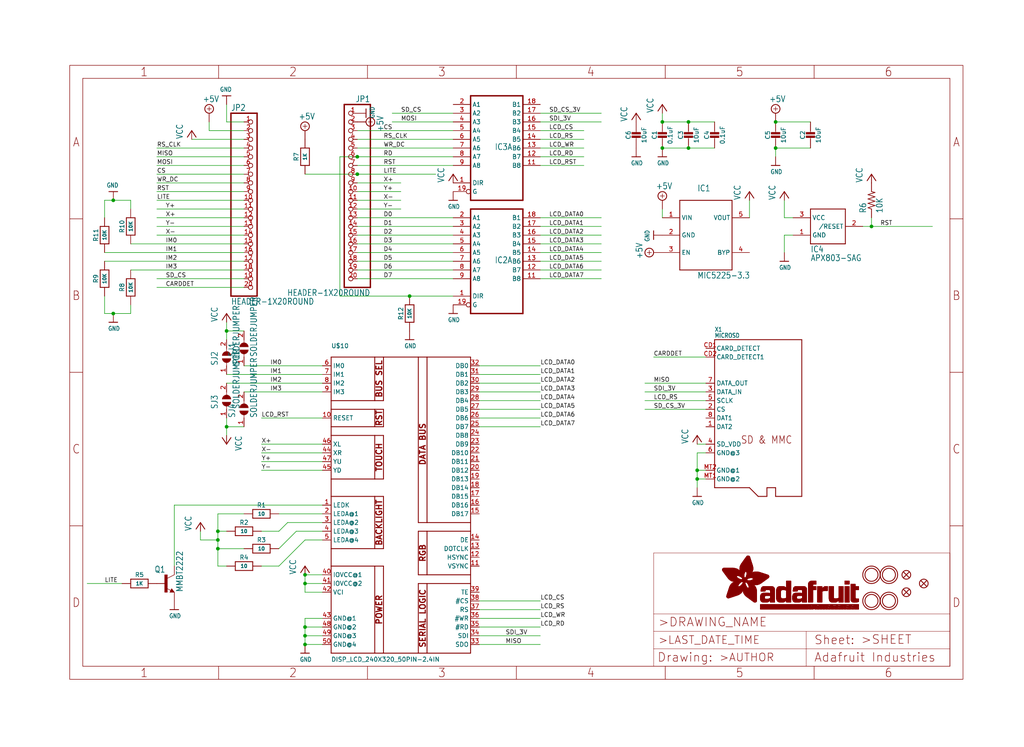
<source format=kicad_sch>
(kicad_sch (version 20211123) (generator eeschema)
  (paper "User" 298.45 217.881)
  (lib_symbols
    (symbol "schematicEagle-eagle-import:+5V" (power)
      (property "Value" "+5V" (at -1.905 3.175 0))
      (symbol "+5V_1_0"
        (pin power_in line (at 0 -2.54 90) (length 2.54) (name "+5V") (number "1"))
      )
    )
    (symbol "schematicEagle-eagle-import:-NPN-SOT23-BEC"
      (property "Reference" "T" (at -10.16 7.62 0))
      (property "Value" "-NPN-SOT23-BEC" (at -10.16 5.08 0))
      (symbol "-NPN-SOT23-BEC_1_0"
        (pin passive line (at -2.54 0 0) (length 2.54) (name "B") (number "B"))
        (pin passive line (at 2.54 5.08 270) (length 2.54) (name "C") (number "C"))
        (pin passive line (at 2.54 -5.08 90) (length 2.54) (name "E") (number "E"))
      )
    )
    (symbol "schematicEagle-eagle-import:74245DW"
      (property "Reference" "IC" (at -0.635 -0.635 0))
      (symbol "74245DW_1_0"
        (pin input line (at -12.7 -10.16 0) (length 5.08) (name "DIR") (number "1"))
        (pin bidirectional line (at 12.7 -5.08 180) (length 5.08) (name "B8") (number "11"))
        (pin bidirectional line (at 12.7 -2.54 180) (length 5.08) (name "B7") (number "12"))
        (pin bidirectional line (at 12.7 0 180) (length 5.08) (name "B6") (number "13"))
        (pin bidirectional line (at 12.7 2.54 180) (length 5.08) (name "B5") (number "14"))
        (pin bidirectional line (at 12.7 5.08 180) (length 5.08) (name "B4") (number "15"))
        (pin bidirectional line (at 12.7 7.62 180) (length 5.08) (name "B3") (number "16"))
        (pin bidirectional line (at 12.7 10.16 180) (length 5.08) (name "B2") (number "17"))
        (pin bidirectional line (at 12.7 12.7 180) (length 5.08) (name "B1") (number "18"))
        (pin input inverted (at -12.7 -12.7 0) (length 5.08) (name "G") (number "19"))
        (pin bidirectional line (at -12.7 12.7 0) (length 5.08) (name "A1") (number "2"))
        (pin bidirectional line (at -12.7 10.16 0) (length 5.08) (name "A2") (number "3"))
        (pin bidirectional line (at -12.7 7.62 0) (length 5.08) (name "A3") (number "4"))
        (pin bidirectional line (at -12.7 5.08 0) (length 5.08) (name "A4") (number "5"))
        (pin bidirectional line (at -12.7 2.54 0) (length 5.08) (name "A5") (number "6"))
        (pin bidirectional line (at -12.7 0 0) (length 5.08) (name "A6") (number "7"))
        (pin bidirectional line (at -12.7 -2.54 0) (length 5.08) (name "A7") (number "8"))
        (pin bidirectional line (at -12.7 -5.08 0) (length 5.08) (name "A8") (number "9"))
      )
      (symbol "74245DW_2_0"
        (text "GND" (at 1.905 -5.842 900) (effects (font (size 1.27 1.0795)) (justify left bottom)))
        (text "VCC" (at 1.905 2.54 900) (effects (font (size 1.27 1.0795)) (justify left bottom)))
        (pin power_in line (at 0 -7.62 90) (length 5.08) (name "GND") (number "10"))
        (pin power_in line (at 0 7.62 270) (length 5.08) (name "VCC") (number "20"))
      )
    )
    (symbol "schematicEagle-eagle-import:AXP083-SAG"
      (property "Reference" "IC" (at -5.08 -7.62 0))
      (property "Value" "AXP083-SAG" (at -5.08 -10.16 0))
      (symbol "AXP083-SAG_1_0"
        (pin power_in line (at -10.16 -2.54 0) (length 5.08) (name "GND") (number "1"))
        (pin output line (at 10.16 0 180) (length 5.08) (name "/RESET") (number "2"))
        (pin power_in line (at -10.16 2.54 0) (length 5.08) (name "VCC") (number "3"))
      )
    )
    (symbol "schematicEagle-eagle-import:CAP_CERAMIC0805-NOOUTLINE"
      (property "Reference" "C" (at -2.29 1.25 90))
      (property "Value" "CAP_CERAMIC0805-NOOUTLINE" (at 2.3 1.25 90))
      (symbol "CAP_CERAMIC0805-NOOUTLINE_1_0"
        (pin passive line (at 0 5.08 270) (length 2.54) (name "1") (number "1"))
        (pin passive line (at 0 -2.54 90) (length 2.54) (name "2") (number "2"))
      )
    )
    (symbol "schematicEagle-eagle-import:DISP_LCD_240X320_50PIN-2.4IN"
      (property "Value" "DISP_LCD_240X320_50PIN-2.4IN" (at -20.32 -48.26 0))
      (symbol "DISP_LCD_240X320_50PIN-2.4IN_1_0"
        (text "BACKLIGHT" (at -6.35 -7.62 900) (effects (font (size 1.6764 1.6764) (thickness 0.3353) bold)))
        (text "BUS SEL" (at -6.35 34.29 900) (effects (font (size 1.6764 1.6764) (thickness 0.3353) bold)))
        (text "DATA BUS" (at 6.35 15.24 900) (effects (font (size 1.6764 1.6764) (thickness 0.3353) bold)))
        (text "POWER" (at -6.35 -33.02 900) (effects (font (size 1.6764 1.6764) (thickness 0.3353) bold)))
        (text "RGB" (at 6.35 -16.51 900) (effects (font (size 1.6764 1.6764) (thickness 0.3353) bold)))
        (text "RST" (at -6.35 22.86 900) (effects (font (size 1.6764 1.6764) (thickness 0.3353) bold)))
        (text "SERIAL LOGIC" (at 6.35 -35.56 900) (effects (font (size 1.6764 1.6764) (thickness 0.3353) bold)))
        (text "TOUCH" (at -6.35 11.43 900) (effects (font (size 1.6764 1.6764) (thickness 0.3353) bold)))
        (pin bidirectional line (at -22.86 -2.54 0) (length 2.54) (name "LEDK") (number "1"))
        (pin bidirectional line (at -22.86 22.86 0) (length 2.54) (name "RESET") (number "10"))
        (pin bidirectional line (at 22.86 -20.32 180) (length 2.54) (name "VSYNC") (number "11"))
        (pin bidirectional line (at 22.86 -17.78 180) (length 2.54) (name "HSYNC") (number "12"))
        (pin bidirectional line (at 22.86 -15.24 180) (length 2.54) (name "DOTCLK") (number "13"))
        (pin bidirectional line (at 22.86 -12.7 180) (length 2.54) (name "DE") (number "14"))
        (pin bidirectional line (at 22.86 -5.08 180) (length 2.54) (name "DB17") (number "15"))
        (pin bidirectional line (at 22.86 -2.54 180) (length 2.54) (name "DB16") (number "16"))
        (pin bidirectional line (at 22.86 0 180) (length 2.54) (name "DB15") (number "17"))
        (pin bidirectional line (at 22.86 2.54 180) (length 2.54) (name "DB14") (number "18"))
        (pin bidirectional line (at 22.86 5.08 180) (length 2.54) (name "DB13") (number "19"))
        (pin bidirectional line (at -22.86 -5.08 0) (length 2.54) (name "LEDA@1") (number "2"))
        (pin bidirectional line (at 22.86 7.62 180) (length 2.54) (name "DB12") (number "20"))
        (pin bidirectional line (at 22.86 10.16 180) (length 2.54) (name "DB11") (number "21"))
        (pin bidirectional line (at 22.86 12.7 180) (length 2.54) (name "DB10") (number "22"))
        (pin bidirectional line (at 22.86 15.24 180) (length 2.54) (name "DB9") (number "23"))
        (pin bidirectional line (at 22.86 17.78 180) (length 2.54) (name "DB8") (number "24"))
        (pin bidirectional line (at 22.86 20.32 180) (length 2.54) (name "DB7") (number "25"))
        (pin bidirectional line (at 22.86 22.86 180) (length 2.54) (name "DB6") (number "26"))
        (pin bidirectional line (at 22.86 25.4 180) (length 2.54) (name "DB5") (number "27"))
        (pin bidirectional line (at 22.86 27.94 180) (length 2.54) (name "DB4") (number "28"))
        (pin bidirectional line (at 22.86 30.48 180) (length 2.54) (name "DB3") (number "29"))
        (pin bidirectional line (at -22.86 -7.62 0) (length 2.54) (name "LEDA@2") (number "3"))
        (pin bidirectional line (at 22.86 33.02 180) (length 2.54) (name "DB2") (number "30"))
        (pin bidirectional line (at 22.86 35.56 180) (length 2.54) (name "DB1") (number "31"))
        (pin bidirectional line (at 22.86 38.1 180) (length 2.54) (name "DB0") (number "32"))
        (pin bidirectional line (at 22.86 -43.18 180) (length 2.54) (name "SDO") (number "33"))
        (pin bidirectional line (at 22.86 -40.64 180) (length 2.54) (name "SDI") (number "34"))
        (pin bidirectional line (at 22.86 -38.1 180) (length 2.54) (name "#RD") (number "35"))
        (pin bidirectional line (at 22.86 -35.56 180) (length 2.54) (name "#WR") (number "36"))
        (pin bidirectional line (at 22.86 -33.02 180) (length 2.54) (name "RS") (number "37"))
        (pin bidirectional line (at 22.86 -30.48 180) (length 2.54) (name "#CS") (number "38"))
        (pin bidirectional line (at 22.86 -27.94 180) (length 2.54) (name "TE") (number "39"))
        (pin bidirectional line (at -22.86 -10.16 0) (length 2.54) (name "LEDA@3") (number "4"))
        (pin bidirectional line (at -22.86 -22.86 0) (length 2.54) (name "IOVCC@1") (number "40"))
        (pin bidirectional line (at -22.86 -25.4 0) (length 2.54) (name "IOVCC@2") (number "41"))
        (pin bidirectional line (at -22.86 -27.94 0) (length 2.54) (name "VCI") (number "42"))
        (pin bidirectional line (at -22.86 -35.56 0) (length 2.54) (name "GND@1") (number "43"))
        (pin bidirectional line (at -22.86 12.7 0) (length 2.54) (name "XR") (number "44"))
        (pin bidirectional line (at -22.86 7.62 0) (length 2.54) (name "YD") (number "45"))
        (pin bidirectional line (at -22.86 15.24 0) (length 2.54) (name "XL") (number "46"))
        (pin bidirectional line (at -22.86 10.16 0) (length 2.54) (name "YU") (number "47"))
        (pin bidirectional line (at -22.86 -38.1 0) (length 2.54) (name "GND@2") (number "48"))
        (pin bidirectional line (at -22.86 -40.64 0) (length 2.54) (name "GND@3") (number "49"))
        (pin bidirectional line (at -22.86 -12.7 0) (length 2.54) (name "LEDA@4") (number "5"))
        (pin bidirectional line (at -22.86 -43.18 0) (length 2.54) (name "GND@4") (number "50"))
        (pin bidirectional line (at -22.86 38.1 0) (length 2.54) (name "IM0") (number "6"))
        (pin bidirectional line (at -22.86 35.56 0) (length 2.54) (name "IM1") (number "7"))
        (pin bidirectional line (at -22.86 33.02 0) (length 2.54) (name "IM2") (number "8"))
        (pin bidirectional line (at -22.86 30.48 0) (length 2.54) (name "IM3") (number "9"))
      )
    )
    (symbol "schematicEagle-eagle-import:FIDUCIAL{dblquote}{dblquote}")
    (symbol "schematicEagle-eagle-import:FRAME_A4_ADAFRUIT"
      (symbol "FRAME_A4_ADAFRUIT_0_0"
        (text "1" (at 21.6958 1.905 0) (effects (font (size 2.54 2.286))))
        (text "1" (at 21.6958 177.165 0) (effects (font (size 2.54 2.286))))
        (text "2" (at 65.0875 1.905 0) (effects (font (size 2.54 2.286))))
        (text "2" (at 65.0875 177.165 0) (effects (font (size 2.54 2.286))))
        (text "3" (at 108.4792 1.905 0) (effects (font (size 2.54 2.286))))
        (text "3" (at 108.4792 177.165 0) (effects (font (size 2.54 2.286))))
        (text "4" (at 151.8708 1.905 0) (effects (font (size 2.54 2.286))))
        (text "4" (at 151.8708 177.165 0) (effects (font (size 2.54 2.286))))
        (text "5" (at 195.2625 1.905 0) (effects (font (size 2.54 2.286))))
        (text "5" (at 195.2625 177.165 0) (effects (font (size 2.54 2.286))))
        (text "6" (at 238.6542 1.905 0) (effects (font (size 2.54 2.286))))
        (text "6" (at 238.6542 177.165 0) (effects (font (size 2.54 2.286))))
        (text "A" (at 1.905 156.6863 0) (effects (font (size 2.54 2.286))))
        (text "A" (at 258.445 156.6863 0) (effects (font (size 2.54 2.286))))
        (text "B" (at 1.905 111.9188 0) (effects (font (size 2.54 2.286))))
        (text "B" (at 258.445 111.9188 0) (effects (font (size 2.54 2.286))))
        (text "C" (at 1.905 67.1513 0) (effects (font (size 2.54 2.286))))
        (text "C" (at 258.445 67.1513 0) (effects (font (size 2.54 2.286))))
        (text "D" (at 1.905 22.3838 0) (effects (font (size 2.54 2.286))))
        (text "D" (at 258.445 22.3838 0) (effects (font (size 2.54 2.286))))
      )
      (symbol "FRAME_A4_ADAFRUIT_1_0"
        (text ">AUTHOR" (at 189.23 5.08 0) (effects (font (size 2.286 2.286)) (justify left bottom)))
        (text ">DRAWING_NAME" (at 171.45 15.24 0) (effects (font (size 2.54 2.54)) (justify left bottom)))
        (text ">LAST_DATE_TIME" (at 171.45 10.16 0) (effects (font (size 2.286 2.286)) (justify left bottom)))
        (text ">SHEET" (at 230.505 10.16 0) (effects (font (size 2.54 2.54)) (justify left bottom)))
        (text "Adafruit Industries" (at 216.916 4.953 0) (effects (font (size 2.54 2.54)) (justify left bottom)))
        (text "Drawing:" (at 171.196 4.953 0) (effects (font (size 2.54 2.54)) (justify left bottom)))
        (text "Sheet:" (at 216.916 10.033 0) (effects (font (size 2.54 2.54)) (justify left bottom)))
      )
    )
    (symbol "schematicEagle-eagle-import:GND" (power)
      (property "Value" "GND" (at -1.524 -2.54 0))
      (symbol "GND_1_0"
        (pin power_in line (at 0 2.54 270) (length 2.54) (name "GND") (number "1"))
      )
    )
    (symbol "schematicEagle-eagle-import:HEADER-1X20ROUND"
      (property "Reference" "JP" (at -6.35 26.035 0))
      (property "Value" "HEADER-1X20ROUND" (at -6.35 -30.48 0))
      (symbol "HEADER-1X20ROUND_1_0"
        (pin passive inverted (at -2.54 22.86 0) (length 2.54) (name "1") (number "1"))
        (pin passive inverted (at -2.54 0 0) (length 2.54) (name "10") (number "10"))
        (pin passive inverted (at -2.54 -2.54 0) (length 2.54) (name "11") (number "11"))
        (pin passive inverted (at -2.54 -5.08 0) (length 2.54) (name "12") (number "12"))
        (pin passive inverted (at -2.54 -7.62 0) (length 2.54) (name "13") (number "13"))
        (pin passive inverted (at -2.54 -10.16 0) (length 2.54) (name "14") (number "14"))
        (pin passive inverted (at -2.54 -12.7 0) (length 2.54) (name "15") (number "15"))
        (pin passive inverted (at -2.54 -15.24 0) (length 2.54) (name "16") (number "16"))
        (pin passive inverted (at -2.54 -17.78 0) (length 2.54) (name "17") (number "17"))
        (pin passive inverted (at -2.54 -20.32 0) (length 2.54) (name "18") (number "18"))
        (pin passive inverted (at -2.54 -22.86 0) (length 2.54) (name "19") (number "19"))
        (pin passive inverted (at -2.54 20.32 0) (length 2.54) (name "2") (number "2"))
        (pin passive inverted (at -2.54 -25.4 0) (length 2.54) (name "20") (number "20"))
        (pin passive inverted (at -2.54 17.78 0) (length 2.54) (name "3") (number "3"))
        (pin passive inverted (at -2.54 15.24 0) (length 2.54) (name "4") (number "4"))
        (pin passive inverted (at -2.54 12.7 0) (length 2.54) (name "5") (number "5"))
        (pin passive inverted (at -2.54 10.16 0) (length 2.54) (name "6") (number "6"))
        (pin passive inverted (at -2.54 7.62 0) (length 2.54) (name "7") (number "7"))
        (pin passive inverted (at -2.54 5.08 0) (length 2.54) (name "8") (number "8"))
        (pin passive inverted (at -2.54 2.54 0) (length 2.54) (name "9") (number "9"))
      )
    )
    (symbol "schematicEagle-eagle-import:LP298XS"
      (property "Reference" "IC" (at -12.7 -5.08 90))
      (property "Value" "LP298XS" (at 12.7 -5.08 90))
      (symbol "LP298XS_1_0"
        (pin bidirectional line (at -5.08 -15.24 90) (length 5.08) (name "VIN") (number "1"))
        (pin bidirectional line (at 0 -15.24 90) (length 5.08) (name "GND") (number "2"))
        (pin bidirectional line (at 5.08 -15.24 90) (length 5.08) (name "EN") (number "3"))
        (pin bidirectional line (at 5.08 10.16 270) (length 5.08) (name "BYP") (number "4"))
        (pin bidirectional line (at -5.08 10.16 270) (length 5.08) (name "VOUT") (number "5"))
      )
    )
    (symbol "schematicEagle-eagle-import:MICROSD"
      (property "Reference" "X" (at -12.7 22.606 0))
      (property "Value" "MICROSD" (at -12.7 20.828 0))
      (symbol "MICROSD_1_0"
        (text "SD & MMC" (at -5.08 -10.16 0) (effects (font (size 2.1844 1.8567)) (justify left bottom)))
        (pin bidirectional line (at -15.24 -5.08 0) (length 2.54) (name "DAT2") (number "1"))
        (pin input line (at -15.24 0 0) (length 2.54) (name "CS") (number "2"))
        (pin input line (at -15.24 5.08 0) (length 2.54) (name "DATA_IN") (number "3"))
        (pin power_in line (at -15.24 -10.16 0) (length 2.54) (name "SD_VDD") (number "4"))
        (pin input line (at -15.24 2.54 0) (length 2.54) (name "SCLK") (number "5"))
        (pin power_in line (at -15.24 -12.7 0) (length 2.54) (name "GND@3") (number "6"))
        (pin output line (at -15.24 7.62 0) (length 2.54) (name "DATA_OUT") (number "7"))
        (pin bidirectional line (at -15.24 -2.54 0) (length 2.54) (name "DAT1") (number "8"))
        (pin passive line (at -15.24 17.78 0) (length 2.54) (name "CARD_DETECT") (number "CD1"))
        (pin passive line (at -15.24 15.24 0) (length 2.54) (name "CARD_DETECT1") (number "CD2"))
        (pin power_in line (at -15.24 -20.32 0) (length 2.54) (name "GND@2") (number "MT1"))
        (pin power_in line (at -15.24 -17.78 0) (length 2.54) (name "GND@1") (number "MT2"))
      )
    )
    (symbol "schematicEagle-eagle-import:MOUNTINGHOLE2.5")
    (symbol "schematicEagle-eagle-import:R-US_R0805"
      (property "Reference" "R" (at -3.81 1.4986 0))
      (property "Value" "R-US_R0805" (at -3.81 -3.302 0))
      (symbol "R-US_R0805_1_0"
        (pin passive line (at -5.08 0 0) (length 2.54) (name "1") (number "1"))
        (pin passive line (at 5.08 0 180) (length 2.54) (name "2") (number "2"))
      )
    )
    (symbol "schematicEagle-eagle-import:RESISTOR0805_NOOUTLINE"
      (property "Reference" "R" (at 0 2.54 0))
      (property "Value" "RESISTOR0805_NOOUTLINE" (at 0 0 0))
      (symbol "RESISTOR0805_NOOUTLINE_1_0"
        (pin passive line (at -5.08 0 0) (length 2.54) (name "1") (number "1"))
        (pin passive line (at 5.08 0 180) (length 2.54) (name "2") (number "2"))
      )
    )
    (symbol "schematicEagle-eagle-import:SOLDERJUMPER"
      (property "Reference" "SJ" (at -2.54 2.54 0))
      (property "Value" "SOLDERJUMPER" (at -2.54 -3.81 0))
      (symbol "SOLDERJUMPER_1_0"
        (pin passive line (at -5.08 0 0) (length 2.54) (name "1") (number "1"))
        (pin passive line (at 5.08 0 180) (length 2.54) (name "2") (number "2"))
      )
    )
    (symbol "schematicEagle-eagle-import:VCC" (power)
      (property "Value" "VCC" (at -2.54 -2.54 90))
      (symbol "VCC_1_0"
        (pin power_in line (at 0 -2.54 90) (length 2.54) (name "VCC") (number "1"))
      )
    )
  )
  (junction (at 88.9 167.64))
  (junction (at 33.02 91.44))
  (junction (at 33.02 58.42))
  (junction (at 119.38 86.36))
  (junction (at 63.5 157.48))
  (junction (at 200.66 43.18))
  (junction (at 88.9 182.88))
  (junction (at 66.04 124.46))
  (junction (at 226.06 35.56))
  (junction (at 203.2 139.7))
  (junction (at 254 66.04))
  (junction (at 193.04 43.18))
  (junction (at 88.9 185.42))
  (junction (at 88.9 187.96))
  (junction (at 226.06 43.18))
  (junction (at 104.14 50.8))
  (junction (at 200.66 35.56))
  (junction (at 63.5 154.94))
  (junction (at 193.04 35.56))
  (junction (at 203.2 137.16))
  (junction (at 63.5 160.02))
  (junction (at 104.14 45.72))
  (junction (at 66.04 96.52))
  (junction (at 88.9 170.18))
  (wire (pts (xy 93.98 111.76) (xy 66.04 111.76)))
  (wire (pts (xy 88.9 185.42) (xy 93.98 185.42)))
  (wire (pts (xy 71.12 78.74) (xy 38.1 78.74)))
  (wire (pts (xy 38.1 58.42) (xy 33.02 58.42)))
  (wire (pts (xy 139.7 124.46) (xy 157.48 124.46)))
  (wire (pts (xy 93.98 182.88) (xy 88.9 182.88)))
  (wire (pts (xy 60.96 38.1) (xy 60.96 35.56)))
  (wire (pts (xy 81.28 160.02) (xy 86.36 154.94)))
  (wire (pts (xy 228.6 63.5) (xy 228.6 58.42)))
  (wire (pts (xy 228.6 73.66) (xy 228.6 68.58)))
  (wire (pts (xy 30.48 58.42) (xy 30.48 63.5)))
  (wire (pts (xy 139.7 121.92) (xy 157.48 121.92)))
  (wire (pts (xy 228.6 68.58) (xy 231.14 68.58)))
  (wire (pts (xy 203.2 132.08) (xy 203.2 137.16)))
  (wire (pts (xy 139.7 119.38) (xy 157.48 119.38)))
  (wire (pts (xy 175.26 66.04) (xy 157.48 66.04)))
  (wire (pts (xy 205.74 139.7) (xy 203.2 139.7)))
  (wire (pts (xy 157.48 40.64) (xy 170.18 40.64)))
  (wire (pts (xy 139.7 187.96) (xy 157.48 187.96)))
  (wire (pts (xy 71.12 60.96) (xy 45.72 60.96)))
  (wire (pts (xy 71.12 48.26) (xy 45.72 48.26)))
  (wire (pts (xy 254 63.5) (xy 254 66.04)))
  (wire (pts (xy 86.36 154.94) (xy 93.98 154.94)))
  (wire (pts (xy 76.2 165.1) (xy 81.28 165.1)))
  (wire (pts (xy 66.04 99.06) (xy 66.04 96.52)))
  (wire (pts (xy 71.12 38.1) (xy 60.96 38.1)))
  (wire (pts (xy 139.7 111.76) (xy 157.48 111.76)))
  (wire (pts (xy 83.82 152.4) (xy 93.98 152.4)))
  (wire (pts (xy 66.04 93.98) (xy 66.04 96.52)))
  (wire (pts (xy 38.1 60.96) (xy 38.1 58.42)))
  (wire (pts (xy 175.26 73.66) (xy 157.48 73.66)))
  (wire (pts (xy 104.14 38.1) (xy 132.08 38.1)))
  (wire (pts (xy 66.04 165.1) (xy 63.5 165.1)))
  (wire (pts (xy 254 66.04) (xy 271.78 66.04)))
  (wire (pts (xy 139.7 175.26) (xy 157.48 175.26)))
  (wire (pts (xy 104.14 48.26) (xy 132.08 48.26)))
  (wire (pts (xy 88.9 170.18) (xy 93.98 170.18)))
  (wire (pts (xy 71.12 68.58) (xy 45.72 68.58)))
  (wire (pts (xy 205.74 132.08) (xy 203.2 132.08)))
  (wire (pts (xy 66.04 109.22) (xy 93.98 109.22)))
  (wire (pts (xy 200.66 35.56) (xy 193.04 35.56)))
  (wire (pts (xy 205.74 129.54) (xy 203.2 129.54)))
  (wire (pts (xy 33.02 91.44) (xy 38.1 91.44)))
  (wire (pts (xy 132.08 78.74) (xy 104.14 78.74)))
  (wire (pts (xy 71.12 83.82) (xy 45.72 83.82)))
  (wire (pts (xy 139.7 116.84) (xy 157.48 116.84)))
  (wire (pts (xy 119.38 86.36) (xy 99.06 86.36)))
  (wire (pts (xy 58.42 154.94) (xy 58.42 157.48)))
  (wire (pts (xy 231.14 63.5) (xy 228.6 63.5)))
  (wire (pts (xy 104.14 43.18) (xy 132.08 43.18)))
  (wire (pts (xy 63.5 160.02) (xy 63.5 157.48)))
  (wire (pts (xy 157.48 43.18) (xy 170.18 43.18)))
  (wire (pts (xy 81.28 165.1) (xy 88.9 157.48)))
  (wire (pts (xy 50.8 147.32) (xy 93.98 147.32)))
  (wire (pts (xy 139.7 106.68) (xy 157.48 106.68)))
  (wire (pts (xy 157.48 48.26) (xy 170.18 48.26)))
  (wire (pts (xy 132.08 63.5) (xy 104.14 63.5)))
  (wire (pts (xy 139.7 185.42) (xy 157.48 185.42)))
  (wire (pts (xy 71.12 124.46) (xy 66.04 124.46)))
  (wire (pts (xy 208.28 43.18) (xy 200.66 43.18)))
  (wire (pts (xy 157.48 45.72) (xy 170.18 45.72)))
  (wire (pts (xy 66.04 154.94) (xy 63.5 154.94)))
  (wire (pts (xy 30.48 73.66) (xy 71.12 73.66)))
  (wire (pts (xy 30.48 91.44) (xy 33.02 91.44)))
  (wire (pts (xy 132.08 68.58) (xy 104.14 68.58)))
  (wire (pts (xy 45.72 45.72) (xy 71.12 45.72)))
  (wire (pts (xy 139.7 109.22) (xy 157.48 109.22)))
  (wire (pts (xy 132.08 86.36) (xy 119.38 86.36)))
  (wire (pts (xy 71.12 63.5) (xy 45.72 63.5)))
  (wire (pts (xy 88.9 157.48) (xy 93.98 157.48)))
  (wire (pts (xy 226.06 35.56) (xy 236.22 35.56)))
  (wire (pts (xy 93.98 129.54) (xy 76.2 129.54)))
  (wire (pts (xy 193.04 60.96) (xy 193.04 63.5)))
  (wire (pts (xy 203.2 139.7) (xy 203.2 137.16)))
  (wire (pts (xy 175.26 63.5) (xy 157.48 63.5)))
  (wire (pts (xy 35.56 170.18) (xy 25.4 170.18)))
  (wire (pts (xy 139.7 114.3) (xy 157.48 114.3)))
  (wire (pts (xy 50.8 165.1) (xy 50.8 147.32)))
  (wire (pts (xy 93.98 172.72) (xy 88.9 172.72)))
  (wire (pts (xy 205.74 104.14) (xy 190.5 104.14)))
  (wire (pts (xy 193.04 33.02) (xy 193.04 35.56)))
  (wire (pts (xy 38.1 91.44) (xy 38.1 88.9)))
  (wire (pts (xy 93.98 132.08) (xy 76.2 132.08)))
  (wire (pts (xy 66.04 124.46) (xy 66.04 121.92)))
  (wire (pts (xy 157.48 38.1) (xy 170.18 38.1)))
  (wire (pts (xy 114.3 33.02) (xy 132.08 33.02)))
  (wire (pts (xy 71.12 66.04) (xy 45.72 66.04)))
  (wire (pts (xy 81.28 149.86) (xy 93.98 149.86)))
  (wire (pts (xy 104.14 50.8) (xy 127 50.8)))
  (wire (pts (xy 76.2 121.92) (xy 93.98 121.92)))
  (wire (pts (xy 193.04 43.18) (xy 200.66 43.18)))
  (wire (pts (xy 88.9 172.72) (xy 88.9 170.18)))
  (wire (pts (xy 226.06 45.72) (xy 226.06 43.18)))
  (wire (pts (xy 104.14 40.64) (xy 132.08 40.64)))
  (wire (pts (xy 45.72 50.8) (xy 71.12 50.8)))
  (wire (pts (xy 104.14 55.88) (xy 116.84 55.88)))
  (wire (pts (xy 71.12 71.12) (xy 38.1 71.12)))
  (wire (pts (xy 66.04 127) (xy 66.04 124.46)))
  (wire (pts (xy 187.96 119.38) (xy 205.74 119.38)))
  (wire (pts (xy 88.9 185.42) (xy 88.9 187.96)))
  (wire (pts (xy 139.7 177.8) (xy 157.48 177.8)))
  (wire (pts (xy 88.9 180.34) (xy 88.9 182.88)))
  (wire (pts (xy 45.72 53.34) (xy 71.12 53.34)))
  (wire (pts (xy 45.72 43.18) (xy 71.12 43.18)))
  (wire (pts (xy 157.48 33.02) (xy 175.26 33.02)))
  (wire (pts (xy 104.14 45.72) (xy 132.08 45.72)))
  (wire (pts (xy 71.12 58.42) (xy 45.72 58.42)))
  (wire (pts (xy 175.26 68.58) (xy 157.48 68.58)))
  (wire (pts (xy 132.08 35.56) (xy 114.3 35.56)))
  (wire (pts (xy 203.2 137.16) (xy 205.74 137.16)))
  (wire (pts (xy 63.5 165.1) (xy 63.5 160.02)))
  (wire (pts (xy 81.28 154.94) (xy 83.82 152.4)))
  (wire (pts (xy 93.98 137.16) (xy 76.2 137.16)))
  (wire (pts (xy 132.08 81.28) (xy 104.14 81.28)))
  (wire (pts (xy 93.98 167.64) (xy 88.9 167.64)))
  (wire (pts (xy 226.06 43.18) (xy 236.22 43.18)))
  (wire (pts (xy 63.5 157.48) (xy 63.5 154.94)))
  (wire (pts (xy 175.26 78.74) (xy 157.48 78.74)))
  (wire (pts (xy 175.26 81.28) (xy 157.48 81.28)))
  (wire (pts (xy 175.26 76.2) (xy 157.48 76.2)))
  (wire (pts (xy 132.08 76.2) (xy 104.14 76.2)))
  (wire (pts (xy 205.74 116.84) (xy 187.96 116.84)))
  (wire (pts (xy 45.72 55.88) (xy 71.12 55.88)))
  (wire (pts (xy 187.96 111.76) (xy 205.74 111.76)))
  (wire (pts (xy 104.14 50.8) (xy 88.9 50.8)))
  (wire (pts (xy 88.9 167.64) (xy 88.9 170.18)))
  (wire (pts (xy 71.12 35.56) (xy 66.04 35.56)))
  (wire (pts (xy 132.08 66.04) (xy 104.14 66.04)))
  (wire (pts (xy 139.7 182.88) (xy 157.48 182.88)))
  (wire (pts (xy 45.72 81.28) (xy 71.12 81.28)))
  (wire (pts (xy 132.08 71.12) (xy 104.14 71.12)))
  (wire (pts (xy 104.14 45.72) (xy 99.06 45.72)))
  (wire (pts (xy 104.14 58.42) (xy 116.84 58.42)))
  (wire (pts (xy 93.98 114.3) (xy 71.12 114.3)))
  (wire (pts (xy 132.08 73.66) (xy 104.14 73.66)))
  (wire (pts (xy 55.88 40.64) (xy 71.12 40.64)))
  (wire (pts (xy 104.14 60.96) (xy 116.84 60.96)))
  (wire (pts (xy 30.48 86.36) (xy 30.48 91.44)))
  (wire (pts (xy 58.42 157.48) (xy 63.5 157.48)))
  (wire (pts (xy 93.98 106.68) (xy 71.12 106.68)))
  (wire (pts (xy 251.46 66.04) (xy 254 66.04)))
  (wire (pts (xy 175.26 71.12) (xy 157.48 71.12)))
  (wire (pts (xy 63.5 154.94) (xy 63.5 149.86)))
  (wire (pts (xy 66.04 35.56) (xy 66.04 30.48)))
  (wire (pts (xy 33.02 58.42) (xy 30.48 58.42)))
  (wire (pts (xy 200.66 35.56) (xy 208.28 35.56)))
  (wire (pts (xy 139.7 180.34) (xy 157.48 180.34)))
  (wire (pts (xy 88.9 182.88) (xy 88.9 185.42)))
  (wire (pts (xy 205.74 114.3) (xy 187.96 114.3)))
  (wire (pts (xy 99.06 86.36) (xy 99.06 45.72)))
  (wire (pts (xy 30.48 76.2) (xy 71.12 76.2)))
  (wire (pts (xy 63.5 149.86) (xy 71.12 149.86)))
  (wire (pts (xy 88.9 187.96) (xy 93.98 187.96)))
  (wire (pts (xy 203.2 139.7) (xy 203.2 142.24)))
  (wire (pts (xy 63.5 160.02) (xy 71.12 160.02)))
  (wire (pts (xy 76.2 154.94) (xy 81.28 154.94)))
  (wire (pts (xy 93.98 134.62) (xy 76.2 134.62)))
  (wire (pts (xy 104.14 53.34) (xy 116.84 53.34)))
  (wire (pts (xy 157.48 35.56) (xy 175.26 35.56)))
  (wire (pts (xy 93.98 180.34) (xy 88.9 180.34)))
  (wire (pts (xy 66.04 96.52) (xy 71.12 96.52)))
  (wire (pts (xy 218.44 58.42) (xy 218.44 63.5)))
  (label "LCD_DATA4" (at 160.02 73.66 0) (effects (font (size 1.2446 1.2446))))
  (label "LCD_DATA0" (at 160.02 63.5 0) (effects (font (size 1.2446 1.2446))))
  (label "LITE" (at 30.48 170.18 0) (effects (font (size 1.2446 1.2446))))
  (label "LCD_DATA2" (at 157.48 111.76 0) (effects (font (size 1.2446 1.2446))))
  (label "LCD_RS" (at 190.5 116.84 0) (effects (font (size 1.2446 1.2446))))
  (label "X-" (at 48.26 68.58 0) (effects (font (size 1.2446 1.2446))))
  (label "CARDDET" (at 190.5 104.14 0) (effects (font (size 1.2446 1.2446))))
  (label "RST" (at 256.54 66.04 0) (effects (font (size 1.2446 1.2446))))
  (label "LCD_DATA3" (at 160.02 71.12 0) (effects (font (size 1.2446 1.2446))))
  (label "SDI_3V" (at 147.32 185.42 0) (effects (font (size 1.2446 1.2446))))
  (label "X+" (at 111.76 53.34 0) (effects (font (size 1.2446 1.2446))))
  (label "LCD_RST" (at 76.2 121.92 0) (effects (font (size 1.2446 1.2446))))
  (label "IM2" (at 48.26 76.2 0) (effects (font (size 1.2446 1.2446))))
  (label "LCD_RD" (at 160.02 45.72 0) (effects (font (size 1.2446 1.2446))))
  (label "IM2" (at 78.74 111.76 0) (effects (font (size 1.2446 1.2446))))
  (label "LCD_DATA1" (at 160.02 66.04 0) (effects (font (size 1.2446 1.2446))))
  (label "RS_CLK" (at 45.72 43.18 0) (effects (font (size 1.2446 1.2446))))
  (label "LCD_DATA0" (at 157.48 106.68 0) (effects (font (size 1.2446 1.2446))))
  (label "MISO" (at 147.32 187.96 0) (effects (font (size 1.2446 1.2446))))
  (label "D7" (at 111.76 81.28 0) (effects (font (size 1.2446 1.2446))))
  (label "MOSI" (at 45.72 48.26 0) (effects (font (size 1.2446 1.2446))))
  (label "LCD_RST" (at 160.02 48.26 0) (effects (font (size 1.2446 1.2446))))
  (label "LCD_RS" (at 157.48 177.8 0) (effects (font (size 1.2446 1.2446))))
  (label "CARDDET" (at 48.26 83.82 0) (effects (font (size 1.2446 1.2446))))
  (label "WR_DC" (at 45.72 53.34 0) (effects (font (size 1.2446 1.2446))))
  (label "MISO" (at 190.5 111.76 0) (effects (font (size 1.2446 1.2446))))
  (label "RD" (at 111.76 45.72 0) (effects (font (size 1.2446 1.2446))))
  (label "LCD_DATA4" (at 157.48 116.84 0) (effects (font (size 1.2446 1.2446))))
  (label "Y+" (at 48.26 60.96 0) (effects (font (size 1.2446 1.2446))))
  (label "SDI_3V" (at 190.5 114.3 0) (effects (font (size 1.2446 1.2446))))
  (label "SD_CS" (at 48.26 81.28 0) (effects (font (size 1.2446 1.2446))))
  (label "X-" (at 76.2 132.08 0) (effects (font (size 1.2446 1.2446))))
  (label "WR_DC" (at 111.76 43.18 0) (effects (font (size 1.2446 1.2446))))
  (label "LCD_DATA2" (at 160.02 68.58 0) (effects (font (size 1.2446 1.2446))))
  (label "IM1" (at 48.26 73.66 0) (effects (font (size 1.2446 1.2446))))
  (label "Y-" (at 111.76 60.96 0) (effects (font (size 1.2446 1.2446))))
  (label "Y+" (at 76.2 134.62 0) (effects (font (size 1.2446 1.2446))))
  (label "SD_CS_3V" (at 190.5 119.38 0) (effects (font (size 1.2446 1.2446))))
  (label "LCD_CS" (at 157.48 175.26 0) (effects (font (size 1.2446 1.2446))))
  (label "D4" (at 111.76 73.66 0) (effects (font (size 1.2446 1.2446))))
  (label "Y-" (at 76.2 137.16 0) (effects (font (size 1.2446 1.2446))))
  (label "X+" (at 76.2 129.54 0) (effects (font (size 1.2446 1.2446))))
  (label "D2" (at 111.76 68.58 0) (effects (font (size 1.2446 1.2446))))
  (label "RST" (at 45.72 55.88 0) (effects (font (size 1.2446 1.2446))))
  (label "D1" (at 111.76 66.04 0) (effects (font (size 1.2446 1.2446))))
  (label "LCD_CS" (at 160.02 38.1 0) (effects (font (size 1.2446 1.2446))))
  (label "CS" (at 45.72 50.8 0) (effects (font (size 1.2446 1.2446))))
  (label "LCD_WR" (at 160.02 43.18 0) (effects (font (size 1.2446 1.2446))))
  (label "LCD_RD" (at 157.48 182.88 0) (effects (font (size 1.2446 1.2446))))
  (label "IM0" (at 78.74 106.68 0) (effects (font (size 1.2446 1.2446))))
  (label "LCD_WR" (at 157.48 180.34 0) (effects (font (size 1.2446 1.2446))))
  (label "CS" (at 111.76 38.1 0) (effects (font (size 1.2446 1.2446))))
  (label "IM3" (at 48.26 78.74 0) (effects (font (size 1.2446 1.2446))))
  (label "LCD_DATA5" (at 157.48 119.38 0) (effects (font (size 1.2446 1.2446))))
  (label "LCD_RS" (at 160.02 40.64 0) (effects (font (size 1.2446 1.2446))))
  (label "IM0" (at 48.26 71.12 0) (effects (font (size 1.2446 1.2446))))
  (label "Y+" (at 111.76 55.88 0) (effects (font (size 1.2446 1.2446))))
  (label "MOSI" (at 116.84 35.56 0) (effects (font (size 1.2446 1.2446))))
  (label "LCD_DATA6" (at 160.02 78.74 0) (effects (font (size 1.2446 1.2446))))
  (label "RST" (at 111.76 48.26 0) (effects (font (size 1.2446 1.2446))))
  (label "LCD_DATA7" (at 160.02 81.28 0) (effects (font (size 1.2446 1.2446))))
  (label "LITE" (at 111.76 50.8 0) (effects (font (size 1.2446 1.2446))))
  (label "SD_CS" (at 116.84 33.02 0) (effects (font (size 1.2446 1.2446))))
  (label "SD_CS_3V" (at 160.02 33.02 0) (effects (font (size 1.2446 1.2446))))
  (label "IM1" (at 78.74 109.22 0) (effects (font (size 1.2446 1.2446))))
  (label "IM3" (at 78.74 114.3 0) (effects (font (size 1.2446 1.2446))))
  (label "Y-" (at 48.26 66.04 0) (effects (font (size 1.2446 1.2446))))
  (label "X-" (at 111.76 58.42 0) (effects (font (size 1.2446 1.2446))))
  (label "X+" (at 48.26 63.5 0) (effects (font (size 1.2446 1.2446))))
  (label "LCD_DATA5" (at 160.02 76.2 0) (effects (font (size 1.2446 1.2446))))
  (label "RS_CLK" (at 111.76 40.64 0) (effects (font (size 1.2446 1.2446))))
  (label "D5" (at 111.76 76.2 0) (effects (font (size 1.2446 1.2446))))
  (label "LCD_DATA6" (at 157.48 121.92 0) (effects (font (size 1.2446 1.2446))))
  (label "LCD_DATA7" (at 157.48 124.46 0) (effects (font (size 1.2446 1.2446))))
  (label "SDI_3V" (at 160.02 35.56 0) (effects (font (size 1.2446 1.2446))))
  (label "D0" (at 111.76 63.5 0) (effects (font (size 1.2446 1.2446))))
  (label "LCD_DATA1" (at 157.48 109.22 0) (effects (font (size 1.2446 1.2446))))
  (label "LCD_DATA3" (at 157.48 114.3 0) (effects (font (size 1.2446 1.2446))))
  (label "D6" (at 111.76 78.74 0) (effects (font (size 1.2446 1.2446))))
  (label "D3" (at 111.76 71.12 0) (effects (font (size 1.2446 1.2446))))
  (label "LITE" (at 45.72 58.42 0) (effects (font (size 1.2446 1.2446))))
  (label "MISO" (at 45.72 45.72 0) (effects (font (size 1.2446 1.2446))))
  (symbol (lib_id "schematicEagle-eagle-import:RESISTOR0805_NOOUTLINE") (at 71.12 154.94 0) (unit 1)
    (property "Reference" "R2" (at 71.12 152.4 0))
    (property "Value" "10" (at 71.12 154.94 0) (effects (font (size 1.016 1.016) bold)))
    (property "Footprint" "schematicEagle:0805-NO" (effects hide))
  )
  (symbol (lib_id "schematicEagle-eagle-import:VCC") (at 254 50.8 0) (unit 1)
    (property "Reference" "#P+9" (effects hide))
    (property "Value" "VCC" (at 251.46 53.34 90) (effects (font (size 1.778 1.5113)) (justify left bottom)))
    (property "Footprint" "schematicEagle:" (effects hide))
  )
  (symbol (lib_id "schematicEagle-eagle-import:+5V") (at 88.9 38.1 0) (unit 1)
    (property "Reference" "#SUPPLY6" (effects hide))
    (property "Value" "+5V" (at 86.995 34.925 0) (effects (font (size 1.778 1.5113)) (justify left bottom)))
    (property "Footprint" "schematicEagle:" (effects hide))
  )
  (symbol (lib_id "schematicEagle-eagle-import:+5V") (at 60.96 33.02 0) (unit 1)
    (property "Reference" "#SUPPLY4" (effects hide))
    (property "Value" "+5V" (at 59.055 29.845 0) (effects (font (size 1.778 1.5113)) (justify left bottom)))
    (property "Footprint" "schematicEagle:" (effects hide))
  )
  (symbol (lib_id "schematicEagle-eagle-import:VCC") (at 218.44 55.88 0) (unit 1)
    (property "Reference" "#P+5" (effects hide))
    (property "Value" "VCC" (at 215.9 58.42 90) (effects (font (size 1.778 1.5113)) (justify left bottom)))
    (property "Footprint" "schematicEagle:" (effects hide))
  )
  (symbol (lib_id "schematicEagle-eagle-import:VCC") (at 132.08 50.8 0) (unit 1)
    (property "Reference" "#P+4" (effects hide))
    (property "Value" "VCC" (at 129.54 53.34 90) (effects (font (size 1.778 1.5113)) (justify left bottom)))
    (property "Footprint" "schematicEagle:" (effects hide))
  )
  (symbol (lib_id "schematicEagle-eagle-import:+5V") (at 190.5 73.66 90) (unit 1)
    (property "Reference" "#SUPPLY3" (effects hide))
    (property "Value" "+5V" (at 187.325 75.565 0) (effects (font (size 1.778 1.5113)) (justify left bottom)))
    (property "Footprint" "schematicEagle:" (effects hide))
  )
  (symbol (lib_id "schematicEagle-eagle-import:HEADER-1X20ROUND") (at 101.6 55.88 0) (mirror y) (unit 1)
    (property "Reference" "JP1" (at 107.95 29.845 0) (effects (font (size 1.778 1.5113)) (justify left bottom)))
    (property "Value" "HEADER-1X20ROUND" (at 107.95 86.36 0) (effects (font (size 1.778 1.5113)) (justify left bottom)))
    (property "Footprint" "schematicEagle:1X20_ROUND" (effects hide))
  )
  (symbol (lib_id "schematicEagle-eagle-import:GND") (at 132.08 91.44 0) (unit 1)
    (property "Reference" "#U$8" (effects hide))
    (property "Value" "GND" (at 130.556 93.98 0) (effects (font (size 1.27 1.0795)) (justify left bottom)))
    (property "Footprint" "schematicEagle:" (effects hide))
  )
  (symbol (lib_id "schematicEagle-eagle-import:+5V") (at 106.68 35.56 270) (unit 1)
    (property "Reference" "#SUPPLY1" (effects hide))
    (property "Value" "+5V" (at 109.855 33.655 0) (effects (font (size 1.778 1.5113)) (justify left bottom)))
    (property "Footprint" "schematicEagle:" (effects hide))
  )
  (symbol (lib_id "schematicEagle-eagle-import:MICROSD") (at 220.98 119.38 0) (unit 1)
    (property "Reference" "X1" (at 208.28 96.774 0) (effects (font (size 1.27 1.0795)) (justify left bottom)))
    (property "Value" "MICROSD" (at 208.28 98.552 0) (effects (font (size 1.27 1.0795)) (justify left bottom)))
    (property "Footprint" "schematicEagle:MICROSD" (effects hide))
  )
  (symbol (lib_id "schematicEagle-eagle-import:GND") (at 132.08 58.42 0) (unit 1)
    (property "Reference" "#U$12" (effects hide))
    (property "Value" "GND" (at 130.556 60.96 0) (effects (font (size 1.27 1.0795)) (justify left bottom)))
    (property "Footprint" "schematicEagle:" (effects hide))
  )
  (symbol (lib_id "schematicEagle-eagle-import:VCC") (at 203.2 127 0) (unit 1)
    (property "Reference" "#P+3" (effects hide))
    (property "Value" "VCC" (at 200.66 129.54 90) (effects (font (size 1.778 1.5113)) (justify left bottom)))
    (property "Footprint" "schematicEagle:" (effects hide))
  )
  (symbol (lib_id "schematicEagle-eagle-import:VCC") (at 66.04 129.54 180) (unit 1)
    (property "Reference" "#P+10" (effects hide))
    (property "Value" "VCC" (at 68.58 127 90) (effects (font (size 1.778 1.5113)) (justify left bottom)))
    (property "Footprint" "schematicEagle:" (effects hide))
  )
  (symbol (lib_id "schematicEagle-eagle-import:MOUNTINGHOLE2.5") (at 259.08 175.26 0) (unit 1)
    (property "Reference" "U$16" (effects hide))
    (property "Value" "MOUNTINGHOLE2.5" (effects hide))
    (property "Footprint" "schematicEagle:MOUNTINGHOLE_2.5_PLATED" (effects hide))
  )
  (symbol (lib_id "schematicEagle-eagle-import:RESISTOR0805_NOOUTLINE") (at 76.2 160.02 0) (unit 1)
    (property "Reference" "R3" (at 76.2 157.48 0))
    (property "Value" "10" (at 76.2 160.02 0) (effects (font (size 1.016 1.016) bold)))
    (property "Footprint" "schematicEagle:0805-NO" (effects hide))
  )
  (symbol (lib_id "schematicEagle-eagle-import:VCC") (at 88.9 165.1 0) (unit 1)
    (property "Reference" "#P+8" (effects hide))
    (property "Value" "VCC" (at 86.36 167.64 90) (effects (font (size 1.778 1.5113)) (justify left bottom)))
    (property "Footprint" "schematicEagle:" (effects hide))
  )
  (symbol (lib_id "schematicEagle-eagle-import:GND") (at 88.9 190.5 0) (unit 1)
    (property "Reference" "#U$14" (effects hide))
    (property "Value" "GND" (at 87.376 193.04 0) (effects (font (size 1.27 1.0795)) (justify left bottom)))
    (property "Footprint" "schematicEagle:" (effects hide))
  )
  (symbol (lib_id "schematicEagle-eagle-import:GND") (at 119.38 99.06 0) (unit 1)
    (property "Reference" "#U$22" (effects hide))
    (property "Value" "GND" (at 117.856 101.6 0) (effects (font (size 1.27 1.0795)) (justify left bottom)))
    (property "Footprint" "schematicEagle:" (effects hide))
  )
  (symbol (lib_id "schematicEagle-eagle-import:RESISTOR0805_NOOUTLINE") (at 76.2 149.86 0) (unit 1)
    (property "Reference" "R1" (at 76.2 147.32 0))
    (property "Value" "10" (at 76.2 149.86 0) (effects (font (size 1.016 1.016) bold)))
    (property "Footprint" "schematicEagle:0805-NO" (effects hide))
  )
  (symbol (lib_id "schematicEagle-eagle-import:GND") (at 226.06 48.26 0) (unit 1)
    (property "Reference" "#U$13" (effects hide))
    (property "Value" "GND" (at 224.536 50.8 0) (effects (font (size 1.27 1.0795)) (justify left bottom)))
    (property "Footprint" "schematicEagle:" (effects hide))
  )
  (symbol (lib_id "schematicEagle-eagle-import:VCC") (at 185.42 33.02 0) (unit 1)
    (property "Reference" "#P+12" (effects hide))
    (property "Value" "VCC" (at 182.88 35.56 90) (effects (font (size 1.778 1.5113)) (justify left bottom)))
    (property "Footprint" "schematicEagle:" (effects hide))
  )
  (symbol (lib_id "schematicEagle-eagle-import:RESISTOR0805_NOOUTLINE") (at 88.9 45.72 90) (unit 1)
    (property "Reference" "R7" (at 86.36 45.72 0))
    (property "Value" "1K" (at 88.9 45.72 0) (effects (font (size 1.016 1.016) bold)))
    (property "Footprint" "schematicEagle:0805-NO" (effects hide))
  )
  (symbol (lib_id "schematicEagle-eagle-import:GND") (at 228.6 76.2 0) (unit 1)
    (property "Reference" "#U$3" (effects hide))
    (property "Value" "GND" (at 227.076 78.74 0) (effects (font (size 1.27 1.0795)) (justify left bottom)))
    (property "Footprint" "schematicEagle:" (effects hide))
  )
  (symbol (lib_id "schematicEagle-eagle-import:R-US_R0805") (at 254 58.42 90) (unit 1)
    (property "Reference" "R6" (at 252.5014 62.23 0) (effects (font (size 1.778 1.5113)) (justify left bottom)))
    (property "Value" "10K" (at 257.302 62.23 0) (effects (font (size 1.778 1.5113)) (justify left bottom)))
    (property "Footprint" "schematicEagle:R0805" (effects hide))
  )
  (symbol (lib_id "schematicEagle-eagle-import:DISP_LCD_240X320_50PIN-2.4IN") (at 116.84 144.78 0) (unit 1)
    (property "Reference" "U$10" (at 96.52 101.6 0) (effects (justify left bottom)))
    (property "Value" "DISP_LCD_240X320_50PIN-2.4IN" (at 96.52 193.04 0) (effects (justify left bottom)))
    (property "Footprint" "schematicEagle:TFT_2.4IN_240X320_50PIN" (effects hide))
  )
  (symbol (lib_id "schematicEagle-eagle-import:SOLDERJUMPER") (at 66.04 104.14 90) (unit 1)
    (property "Reference" "SJ2" (at 63.5 106.68 0) (effects (font (size 1.778 1.5113)) (justify left bottom)))
    (property "Value" "SOLDERJUMPER" (at 69.85 106.68 0) (effects (font (size 1.778 1.5113)) (justify left bottom)))
    (property "Footprint" "schematicEagle:SOLDERJUMPER_ARROW_NOPASTE" (effects hide))
  )
  (symbol (lib_id "schematicEagle-eagle-import:VCC") (at 55.88 38.1 0) (unit 1)
    (property "Reference" "#P+2" (effects hide))
    (property "Value" "VCC" (at 53.34 40.64 90) (effects (font (size 1.778 1.5113)) (justify left bottom)))
    (property "Footprint" "schematicEagle:" (effects hide))
  )
  (symbol (lib_id "schematicEagle-eagle-import:GND") (at 33.02 55.88 180) (unit 1)
    (property "Reference" "#U$21" (effects hide))
    (property "Value" "GND" (at 34.544 53.34 0) (effects (font (size 1.27 1.0795)) (justify left bottom)))
    (property "Footprint" "schematicEagle:" (effects hide))
  )
  (symbol (lib_id "schematicEagle-eagle-import:SOLDERJUMPER") (at 66.04 116.84 90) (unit 1)
    (property "Reference" "SJ3" (at 63.5 119.38 0) (effects (font (size 1.778 1.5113)) (justify left bottom)))
    (property "Value" "SOLDERJUMPER" (at 69.85 119.38 0) (effects (font (size 1.778 1.5113)) (justify left bottom)))
    (property "Footprint" "schematicEagle:SOLDERJUMPER_ARROW_NOPASTE" (effects hide))
  )
  (symbol (lib_id "schematicEagle-eagle-import:GND") (at 185.42 45.72 0) (unit 1)
    (property "Reference" "#U$24" (effects hide))
    (property "Value" "GND" (at 183.896 48.26 0) (effects (font (size 1.27 1.0795)) (justify left bottom)))
    (property "Footprint" "schematicEagle:" (effects hide))
  )
  (symbol (lib_id "schematicEagle-eagle-import:FIDUCIAL{dblquote}{dblquote}") (at 264.16 172.72 0) (unit 1)
    (property "Reference" "U$11" (effects hide))
    (property "Value" "FIDUCIAL{dblquote}{dblquote}" (effects hide))
    (property "Footprint" "schematicEagle:FIDUCIAL_1MM" (effects hide))
  )
  (symbol (lib_id "schematicEagle-eagle-import:CAP_CERAMIC0805-NOOUTLINE") (at 208.28 40.64 0) (unit 1)
    (property "Reference" "C4" (at 205.99 39.39 90))
    (property "Value" "0.1uF" (at 210.58 39.39 90))
    (property "Footprint" "schematicEagle:0805-NO" (effects hide))
  )
  (symbol (lib_id "schematicEagle-eagle-import:74245DW") (at 144.78 76.2 0) (unit 1)
    (property "Reference" "IC2" (at 144.145 76.835 0) (effects (font (size 1.778 1.5113)) (justify left bottom)))
    (property "Value" "74LVC245" (effects hide))
    (property "Footprint" "schematicEagle:SO20W" (effects hide))
  )
  (symbol (lib_id "schematicEagle-eagle-import:CAP_CERAMIC0805-NOOUTLINE") (at 200.66 40.64 0) (unit 1)
    (property "Reference" "C3" (at 198.37 39.39 90))
    (property "Value" "10uF" (at 202.96 39.39 90))
    (property "Footprint" "schematicEagle:0805-NO" (effects hide))
  )
  (symbol (lib_id "schematicEagle-eagle-import:RESISTOR0805_NOOUTLINE") (at 71.12 165.1 0) (unit 1)
    (property "Reference" "R4" (at 71.12 162.56 0))
    (property "Value" "10" (at 71.12 165.1 0) (effects (font (size 1.016 1.016) bold)))
    (property "Footprint" "schematicEagle:0805-NO" (effects hide))
  )
  (symbol (lib_id "schematicEagle-eagle-import:RESISTOR0805_NOOUTLINE") (at 30.48 68.58 90) (unit 1)
    (property "Reference" "R11" (at 27.94 68.58 0))
    (property "Value" "10K" (at 30.48 68.58 0) (effects (font (size 1.016 1.016) bold)))
    (property "Footprint" "schematicEagle:0805-NO" (effects hide))
  )
  (symbol (lib_id "schematicEagle-eagle-import:MOUNTINGHOLE2.5") (at 259.08 167.64 0) (unit 1)
    (property "Reference" "U$7" (effects hide))
    (property "Value" "MOUNTINGHOLE2.5" (effects hide))
    (property "Footprint" "schematicEagle:MOUNTINGHOLE_2.5_PLATED" (effects hide))
  )
  (symbol (lib_id "schematicEagle-eagle-import:FIDUCIAL{dblquote}{dblquote}") (at 269.24 170.18 0) (unit 1)
    (property "Reference" "U$9" (effects hide))
    (property "Value" "FIDUCIAL{dblquote}{dblquote}" (effects hide))
    (property "Footprint" "schematicEagle:FIDUCIAL_1MM" (effects hide))
  )
  (symbol (lib_id "schematicEagle-eagle-import:GND") (at 33.02 93.98 0) (unit 1)
    (property "Reference" "#U$20" (effects hide))
    (property "Value" "GND" (at 31.496 96.52 0) (effects (font (size 1.27 1.0795)) (justify left bottom)))
    (property "Footprint" "schematicEagle:" (effects hide))
  )
  (symbol (lib_id "schematicEagle-eagle-import:VCC") (at 228.6 55.88 0) (unit 1)
    (property "Reference" "#P+7" (effects hide))
    (property "Value" "VCC" (at 226.06 58.42 90) (effects (font (size 1.778 1.5113)) (justify left bottom)))
    (property "Footprint" "schematicEagle:" (effects hide))
  )
  (symbol (lib_id "schematicEagle-eagle-import:CAP_CERAMIC0805-NOOUTLINE") (at 193.04 40.64 0) (unit 1)
    (property "Reference" "C1" (at 190.75 39.39 90))
    (property "Value" "0.1uF" (at 195.34 39.39 90))
    (property "Footprint" "schematicEagle:0805-NO" (effects hide))
  )
  (symbol (lib_id "schematicEagle-eagle-import:RESISTOR0805_NOOUTLINE") (at 38.1 66.04 90) (unit 1)
    (property "Reference" "R10" (at 35.56 66.04 0))
    (property "Value" "10K" (at 38.1 66.04 0) (effects (font (size 1.016 1.016) bold)))
    (property "Footprint" "schematicEagle:0805-NO" (effects hide))
  )
  (symbol (lib_id "schematicEagle-eagle-import:VCC") (at 193.04 30.48 0) (unit 1)
    (property "Reference" "#P+6" (effects hide))
    (property "Value" "VCC" (at 190.5 33.02 90) (effects (font (size 1.778 1.5113)) (justify left bottom)))
    (property "Footprint" "schematicEagle:" (effects hide))
  )
  (symbol (lib_id "schematicEagle-eagle-import:FRAME_A4_ADAFRUIT") (at 20.32 198.12 0) (unit 1)
    (property "Reference" "#U$25" (effects hide))
    (property "Value" "FRAME_A4_ADAFRUIT" (effects hide))
    (property "Footprint" "schematicEagle:" (effects hide))
  )
  (symbol (lib_id "schematicEagle-eagle-import:GND") (at 190.5 68.58 270) (unit 1)
    (property "Reference" "#U$1" (effects hide))
    (property "Value" "GND" (at 187.96 67.056 0) (effects (font (size 1.27 1.0795)) (justify left bottom)))
    (property "Footprint" "schematicEagle:" (effects hide))
  )
  (symbol (lib_id "schematicEagle-eagle-import:GND") (at 66.04 27.94 180) (unit 1)
    (property "Reference" "#U$2" (effects hide))
    (property "Value" "GND" (at 67.564 25.4 0) (effects (font (size 1.27 1.0795)) (justify left bottom)))
    (property "Footprint" "schematicEagle:" (effects hide))
  )
  (symbol (lib_id "schematicEagle-eagle-import:LP298XS") (at 208.28 68.58 270) (unit 1)
    (property "Reference" "IC1" (at 203.2 55.88 90) (effects (font (size 1.778 1.5113)) (justify left bottom)))
    (property "Value" "MIC5225-3.3" (at 203.2 81.28 90) (effects (font (size 1.778 1.5113)) (justify left bottom)))
    (property "Footprint" "schematicEagle:SOT23-5L" (effects hide))
  )
  (symbol (lib_id "schematicEagle-eagle-import:GND") (at 50.8 177.8 0) (unit 1)
    (property "Reference" "#U$6" (effects hide))
    (property "Value" "GND" (at 49.276 180.34 0) (effects (font (size 1.27 1.0795)) (justify left bottom)))
    (property "Footprint" "schematicEagle:" (effects hide))
  )
  (symbol (lib_id "schematicEagle-eagle-import:GND") (at 106.68 33.02 90) (unit 1)
    (property "Reference" "#U$5" (effects hide))
    (property "Value" "GND" (at 109.22 34.544 0) (effects (font (size 1.27 1.0795)) (justify left bottom)))
    (property "Footprint" "schematicEagle:" (effects hide))
  )
  (symbol (lib_id "schematicEagle-eagle-import:CAP_CERAMIC0805-NOOUTLINE") (at 236.22 40.64 0) (unit 1)
    (property "Reference" "C2" (at 233.93 39.39 90))
    (property "Value" "10uF" (at 238.52 39.39 90))
    (property "Footprint" "schematicEagle:0805-NO" (effects hide))
  )
  (symbol (lib_id "schematicEagle-eagle-import:SOLDERJUMPER") (at 71.12 119.38 90) (unit 1)
    (property "Reference" "SJ4" (at 68.58 121.92 0) (effects (font (size 1.778 1.5113)) (justify left bottom)))
    (property "Value" "SOLDERJUMPER" (at 74.93 121.92 0) (effects (font (size 1.778 1.5113)) (justify left bottom)))
    (property "Footprint" "schematicEagle:SOLDERJUMPER_ARROW_NOPASTE" (effects hide))
  )
  (symbol (lib_id "schematicEagle-eagle-import:SOLDERJUMPER") (at 71.12 101.6 90) (unit 1)
    (property "Reference" "SJ1" (at 68.58 104.14 0) (effects (font (size 1.778 1.5113)) (justify left bottom)))
    (property "Value" "SOLDERJUMPER" (at 74.93 104.14 0) (effects (font (size 1.778 1.5113)) (justify left bottom)))
    (property "Footprint" "schematicEagle:SOLDERJUMPER_ARROW_NOPASTE" (effects hide))
  )
  (symbol (lib_id "schematicEagle-eagle-import:CAP_CERAMIC0805-NOOUTLINE") (at 226.06 40.64 0) (unit 1)
    (property "Reference" "C5" (at 223.77 39.39 90))
    (property "Value" "10uF" (at 228.36 39.39 90))
    (property "Footprint" "schematicEagle:0805-NO" (effects hide))
  )
  (symbol (lib_id "schematicEagle-eagle-import:-NPN-SOT23-BEC") (at 48.26 170.18 0) (unit 1)
    (property "Reference" "Q1" (at 48.26 165.1 0) (effects (font (size 1.778 1.5113)) (justify right top)))
    (property "Value" "MMBT2222" (at 53.34 172.72 90) (effects (font (size 1.778 1.5113)) (justify left bottom)))
    (property "Footprint" "schematicEagle:SOT23-BEC" (effects hide))
  )
  (symbol (lib_id "schematicEagle-eagle-import:FIDUCIAL{dblquote}{dblquote}") (at 264.16 167.64 0) (unit 1)
    (property "Reference" "U$23" (effects hide))
    (property "Value" "FIDUCIAL{dblquote}{dblquote}" (effects hide))
    (property "Footprint" "schematicEagle:FIDUCIAL_1MM" (effects hide))
  )
  (symbol (lib_id "schematicEagle-eagle-import:MOUNTINGHOLE2.5") (at 254 175.26 0) (unit 1)
    (property "Reference" "U$17" (effects hide))
    (property "Value" "MOUNTINGHOLE2.5" (effects hide))
    (property "Footprint" "schematicEagle:MOUNTINGHOLE_2.5_PLATED" (effects hide))
  )
  (symbol (lib_id "schematicEagle-eagle-import:RESISTOR0805_NOOUTLINE") (at 30.48 81.28 90) (unit 1)
    (property "Reference" "R9" (at 27.94 81.28 0))
    (property "Value" "10K" (at 30.48 81.28 0) (effects (font (size 1.016 1.016) bold)))
    (property "Footprint" "schematicEagle:0805-NO" (effects hide))
  )
  (symbol (lib_id "schematicEagle-eagle-import:+5V") (at 226.06 33.02 0) (unit 1)
    (property "Reference" "#SUPPLY5" (effects hide))
    (property "Value" "+5V" (at 224.155 29.845 0) (effects (font (size 1.778 1.5113)) (justify left bottom)))
    (property "Footprint" "schematicEagle:" (effects hide))
  )
  (symbol (lib_id "schematicEagle-eagle-import:AXP083-SAG") (at 241.3 66.04 0) (unit 1)
    (property "Reference" "IC4" (at 236.22 73.66 0) (effects (font (size 1.778 1.5113)) (justify left bottom)))
    (property "Value" "APX803-SAG" (at 236.22 76.2 0) (effects (font (size 1.778 1.5113)) (justify left bottom)))
    (property "Footprint" "schematicEagle:SOT23" (effects hide))
  )
  (symbol (lib_id "schematicEagle-eagle-import:MOUNTINGHOLE2.5") (at 254 167.64 0) (unit 1)
    (property "Reference" "U$15" (effects hide))
    (property "Value" "MOUNTINGHOLE2.5" (effects hide))
    (property "Footprint" "schematicEagle:MOUNTINGHOLE_2.5_PLATED" (effects hide))
  )
  (symbol (lib_id "schematicEagle-eagle-import:RESISTOR0805_NOOUTLINE") (at 38.1 83.82 90) (unit 1)
    (property "Reference" "R8" (at 35.56 83.82 0))
    (property "Value" "10K" (at 38.1 83.82 0) (effects (font (size 1.016 1.016) bold)))
    (property "Footprint" "schematicEagle:0805-NO" (effects hide))
  )
  (symbol (lib_id "schematicEagle-eagle-import:VCC") (at 58.42 152.4 0) (unit 1)
    (property "Reference" "#P+1" (effects hide))
    (property "Value" "VCC" (at 55.88 154.94 90) (effects (font (size 1.778 1.5113)) (justify left bottom)))
    (property "Footprint" "schematicEagle:" (effects hide))
  )
  (symbol (lib_id "schematicEagle-eagle-import:CAP_CERAMIC0805-NOOUTLINE") (at 185.42 40.64 0) (unit 1)
    (property "Reference" "C6" (at 183.13 39.39 90))
    (property "Value" "10uF" (at 187.72 39.39 90))
    (property "Footprint" "schematicEagle:0805-NO" (effects hide))
  )
  (symbol (lib_id "schematicEagle-eagle-import:HEADER-1X20ROUND") (at 73.66 58.42 0) (unit 1)
    (property "Reference" "JP2" (at 67.31 32.385 0) (effects (font (size 1.778 1.5113)) (justify left bottom)))
    (property "Value" "HEADER-1X20ROUND" (at 67.31 88.9 0) (effects (font (size 1.778 1.5113)) (justify left bottom)))
    (property "Footprint" "schematicEagle:1X20_ROUND" (effects hide))
  )
  (symbol (lib_id "schematicEagle-eagle-import:74245DW") (at 144.78 43.18 0) (unit 1)
    (property "Reference" "IC3" (at 144.145 43.815 0) (effects (font (size 1.778 1.5113)) (justify left bottom)))
    (property "Value" "74LVC245" (effects hide))
    (property "Footprint" "schematicEagle:SO20W" (effects hide))
  )
  (symbol (lib_id "schematicEagle-eagle-import:RESISTOR0805_NOOUTLINE") (at 119.38 91.44 90) (unit 1)
    (property "Reference" "R12" (at 116.84 91.44 0))
    (property "Value" "10K" (at 119.38 91.44 0) (effects (font (size 1.016 1.016) bold)))
    (property "Footprint" "schematicEagle:0805-NO" (effects hide))
  )
  (symbol (lib_id "schematicEagle-eagle-import:GND") (at 193.04 45.72 0) (unit 1)
    (property "Reference" "#U$4" (effects hide))
    (property "Value" "GND" (at 191.516 48.26 0) (effects (font (size 1.27 1.0795)) (justify left bottom)))
    (property "Footprint" "schematicEagle:" (effects hide))
  )
  (symbol (lib_id "schematicEagle-eagle-import:RESISTOR0805_NOOUTLINE") (at 40.64 170.18 0) (unit 1)
    (property "Reference" "R5" (at 40.64 167.64 0))
    (property "Value" "1K" (at 40.64 170.18 0) (effects (font (size 1.016 1.016) bold)))
    (property "Footprint" "schematicEagle:0805-NO" (effects hide))
  )
  (symbol (lib_id "schematicEagle-eagle-import:VCC") (at 66.04 91.44 0) (unit 1)
    (property "Reference" "#P+11" (effects hide))
    (property "Value" "VCC" (at 63.5 93.98 90) (effects (font (size 1.778 1.5113)) (justify left bottom)))
    (property "Footprint" "schematicEagle:" (effects hide))
  )
  (symbol (lib_id "schematicEagle-eagle-import:GND") (at 203.2 144.78 0) (unit 1)
    (property "Reference" "#U$18" (effects hide))
    (property "Value" "GND" (at 201.676 147.32 0) (effects (font (size 1.27 1.0795)) (justify left bottom)))
    (property "Footprint" "schematicEagle:" (effects hide))
  )
  (symbol (lib_id "schematicEagle-eagle-import:+5V") (at 193.04 58.42 0) (unit 1)
    (property "Reference" "#SUPPLY2" (effects hide))
    (property "Value" "+5V" (at 191.135 55.245 0) (effects (font (size 1.778 1.5113)) (justify left bottom)))
    (property "Footprint" "schematicEagle:" (effects hide))
  )
)
</source>
